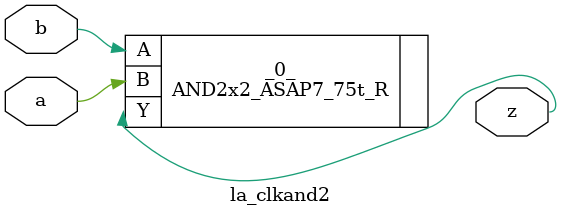
<source format=v>
/* Generated by Yosys 0.37 (git sha1 a5c7f69ed, clang 14.0.0-1ubuntu1.1 -fPIC -Os) */

module la_clkand2(a, b, z);
  input a;
  wire a;
  input b;
  wire b;
  output z;
  wire z;
  AND2x2_ASAP7_75t_R _0_ (
    .A(b),
    .B(a),
    .Y(z)
  );
endmodule

</source>
